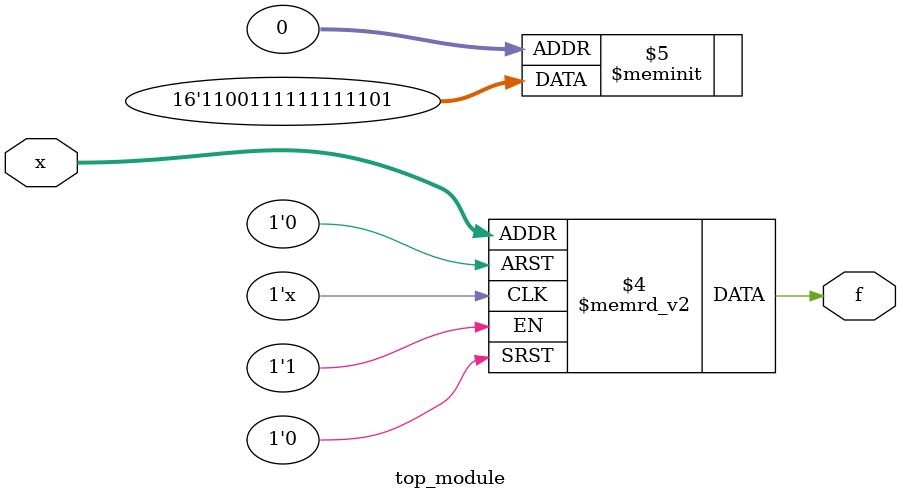
<source format=sv>
module top_module (
    input [4:1] x,
    output logic f
);

always_comb begin
    case ({x[4], x[3], x[2], x[1]})
        4'b0001: f = 0;
        4'b0011: f = 1;
        4'b0111: f = 1;
        4'b1001: f = 1;
        4'b1010: f = 1;
        4'b1100: f = 0;
        4'b1101: f = 0;
        4'b1111: f = 1;
        default: f = 1; // Assuming don't-care (d) should be evaluated as 1
    endcase
end

endmodule

</source>
